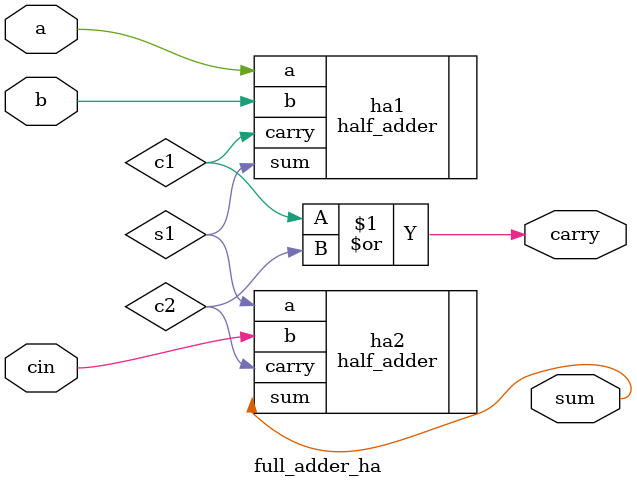
<source format=v>
`timescale 1ns / 1ps
module full_adder_ha(
    input a,
    input b,
    input cin,
    output sum,
    output carry
);

    wire s1;
    wire c1;
    wire c2;
        // First half adder: adds a and b
    half_adder ha1 (
        .a(a),
        .b(b),
        .sum(s1),
        .carry(c1)
    );
    // Second half adder: adds s1 and cin
    half_adder ha2 (
        .a(s1),
        .b(cin),
        .sum(sum),
        .carry(c2)
    );
    assign carry = c1 | c2;
endmodule

</source>
